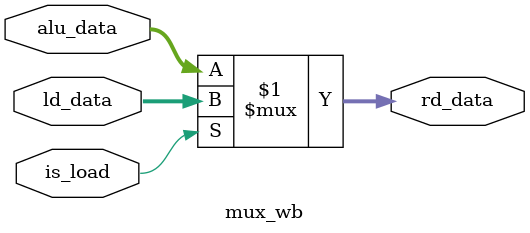
<source format=sv>
module mux_wb(
	input logic [31:0] alu_data,
	input logic [31:0] ld_data,
	input logic is_load,
	
	output logic [31:0] rd_data
	);
	
	assign rd_data = (is_load)? ld_data : alu_data;
	
endmodule
	
</source>
